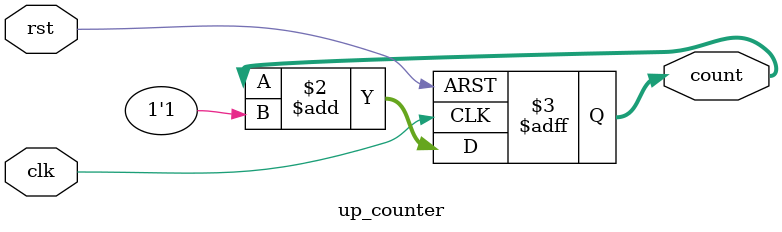
<source format=v>
module up_counter(
 input clk,
 input rst,
 output reg [3:0]count);
always @(posedge clk or posedge rst)begin
if(rst)
     count<=4'b0000;
else
      count<=count+1'b1;
end
endmodule

</source>
